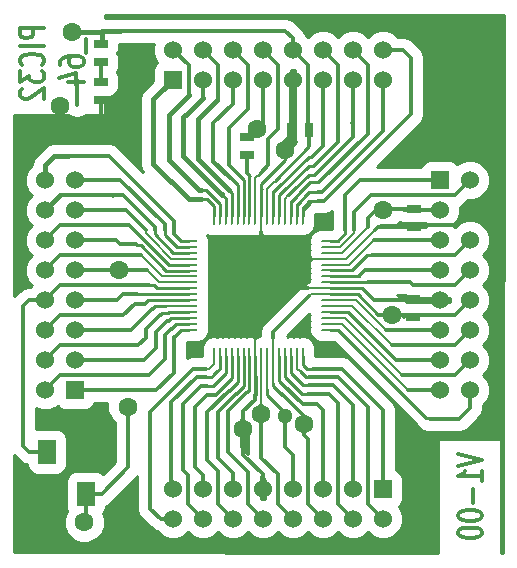
<source format=gbl>
G04 #@! TF.FileFunction,Copper,L2,Bot,Signal*
%FSLAX46Y46*%
G04 Gerber Fmt 4.6, Leading zero omitted, Abs format (unit mm)*
G04 Created by KiCad (PCBNEW 4.0.7) date 02/13/18 20:48:28*
%MOMM*%
%LPD*%
G01*
G04 APERTURE LIST*
%ADD10C,0.150000*%
%ADD11C,0.304800*%
%ADD12R,1.143000X0.635000*%
%ADD13R,0.635000X1.143000*%
%ADD14R,1.524000X2.032000*%
%ADD15R,0.248920X1.524000*%
%ADD16O,0.248920X1.524000*%
%ADD17O,1.524000X0.248920*%
%ADD18R,1.524000X1.524000*%
%ADD19C,1.524000*%
%ADD20C,1.600200*%
%ADD21C,1.300480*%
%ADD22C,0.350520*%
%ADD23C,0.248920*%
%ADD24C,0.203200*%
%ADD25C,0.398780*%
%ADD26C,0.231140*%
%ADD27C,0.299720*%
%ADD28C,0.254000*%
G04 APERTURE END LIST*
D10*
D11*
X112171238Y-46808571D02*
X110139238Y-46808571D01*
X110139238Y-47389143D01*
X110236000Y-47534285D01*
X110332762Y-47606857D01*
X110526286Y-47679428D01*
X110816571Y-47679428D01*
X111010095Y-47606857D01*
X111106857Y-47534285D01*
X111203619Y-47389143D01*
X111203619Y-46808571D01*
X112171238Y-48332571D02*
X110139238Y-48332571D01*
X111977714Y-49929142D02*
X112074476Y-49856571D01*
X112171238Y-49638857D01*
X112171238Y-49493714D01*
X112074476Y-49275999D01*
X111880952Y-49130857D01*
X111687429Y-49058285D01*
X111300381Y-48985714D01*
X111010095Y-48985714D01*
X110623048Y-49058285D01*
X110429524Y-49130857D01*
X110236000Y-49275999D01*
X110139238Y-49493714D01*
X110139238Y-49638857D01*
X110236000Y-49856571D01*
X110332762Y-49929142D01*
X110139238Y-50437142D02*
X110139238Y-51380571D01*
X110913333Y-50872571D01*
X110913333Y-51090285D01*
X111010095Y-51235428D01*
X111106857Y-51307999D01*
X111300381Y-51380571D01*
X111784190Y-51380571D01*
X111977714Y-51307999D01*
X112074476Y-51235428D01*
X112171238Y-51090285D01*
X112171238Y-50654857D01*
X112074476Y-50509714D01*
X111977714Y-50437142D01*
X110332762Y-51961143D02*
X110236000Y-52033714D01*
X110139238Y-52178857D01*
X110139238Y-52541714D01*
X110236000Y-52686857D01*
X110332762Y-52759428D01*
X110526286Y-52832000D01*
X110719810Y-52832000D01*
X111010095Y-52759428D01*
X112171238Y-51888571D01*
X112171238Y-52832000D01*
X115717562Y-47752000D02*
X115717562Y-48913143D01*
X113492038Y-49929143D02*
X113492038Y-49638857D01*
X113588800Y-49493714D01*
X113685562Y-49421143D01*
X113975848Y-49276000D01*
X114362895Y-49203429D01*
X115136990Y-49203429D01*
X115330514Y-49276000D01*
X115427276Y-49348572D01*
X115524038Y-49493714D01*
X115524038Y-49784000D01*
X115427276Y-49929143D01*
X115330514Y-50001714D01*
X115136990Y-50074286D01*
X114653181Y-50074286D01*
X114459657Y-50001714D01*
X114362895Y-49929143D01*
X114266133Y-49784000D01*
X114266133Y-49493714D01*
X114362895Y-49348572D01*
X114459657Y-49276000D01*
X114653181Y-49203429D01*
X114169371Y-51380572D02*
X115524038Y-51380572D01*
X113395276Y-51017715D02*
X114846705Y-50654858D01*
X114846705Y-51598286D01*
X147223238Y-82858428D02*
X149255238Y-83366428D01*
X147223238Y-83874428D01*
X149255238Y-85180714D02*
X149255238Y-84309857D01*
X149255238Y-84745285D02*
X147223238Y-84745285D01*
X147513524Y-84600142D01*
X147707048Y-84455000D01*
X147803810Y-84309857D01*
X148481143Y-85833857D02*
X148481143Y-86995000D01*
X147223238Y-88011000D02*
X147223238Y-88156143D01*
X147320000Y-88301286D01*
X147416762Y-88373857D01*
X147610286Y-88446428D01*
X147997333Y-88519000D01*
X148481143Y-88519000D01*
X148868190Y-88446428D01*
X149061714Y-88373857D01*
X149158476Y-88301286D01*
X149255238Y-88156143D01*
X149255238Y-88011000D01*
X149158476Y-87865857D01*
X149061714Y-87793286D01*
X148868190Y-87720714D01*
X148481143Y-87648143D01*
X147997333Y-87648143D01*
X147610286Y-87720714D01*
X147416762Y-87793286D01*
X147320000Y-87865857D01*
X147223238Y-88011000D01*
X147223238Y-89462429D02*
X147223238Y-89607572D01*
X147320000Y-89752715D01*
X147416762Y-89825286D01*
X147610286Y-89897857D01*
X147997333Y-89970429D01*
X148481143Y-89970429D01*
X148868190Y-89897857D01*
X149061714Y-89825286D01*
X149158476Y-89752715D01*
X149255238Y-89607572D01*
X149255238Y-89462429D01*
X149158476Y-89317286D01*
X149061714Y-89244715D01*
X148868190Y-89172143D01*
X148481143Y-89099572D01*
X147997333Y-89099572D01*
X147610286Y-89172143D01*
X147416762Y-89244715D01*
X147320000Y-89317286D01*
X147223238Y-89462429D01*
D12*
X143510000Y-62103000D03*
X143510000Y-63627000D03*
X116967000Y-48133000D03*
X116967000Y-49657000D03*
X143383000Y-71247000D03*
X143383000Y-69723000D03*
D13*
X134620000Y-55435500D03*
X133096000Y-55435500D03*
D12*
X129349500Y-57594500D03*
X129349500Y-56070500D03*
X116967000Y-51371500D03*
X116967000Y-52895500D03*
D14*
X112395000Y-82677000D03*
X115697000Y-82677000D03*
X115697000Y-86233000D03*
X112395000Y-86233000D03*
D15*
X126552960Y-62710060D03*
D16*
X127053340Y-62710060D03*
X127553720Y-62710060D03*
X128054100Y-62710060D03*
X128554480Y-62710060D03*
X129052320Y-62710060D03*
X129552700Y-62710060D03*
X130053080Y-62710060D03*
X130553460Y-62710060D03*
X131053840Y-62710060D03*
X131554220Y-62710060D03*
X132052060Y-62710060D03*
X132552440Y-62710060D03*
X133052820Y-62710060D03*
X133553200Y-62710060D03*
X134053580Y-62710060D03*
D17*
X136334500Y-64830960D03*
X136334500Y-65331340D03*
X136334500Y-65831720D03*
X136334500Y-66332100D03*
X136334500Y-66832480D03*
X136334500Y-67330320D03*
X136334500Y-67830700D03*
X136334500Y-68331080D03*
X136334500Y-68831460D03*
X136334500Y-69331840D03*
X136334500Y-69832220D03*
X136334500Y-70330060D03*
X136334500Y-70830440D03*
X136334500Y-71330820D03*
X136334500Y-71831200D03*
X136334500Y-72331580D03*
D16*
X134053580Y-74612500D03*
X133553200Y-74612500D03*
X133052820Y-74612500D03*
X132552440Y-74612500D03*
X132052060Y-74612500D03*
X131554220Y-74612500D03*
X131053840Y-74612500D03*
X130553460Y-74612500D03*
X130053080Y-74612500D03*
X129552700Y-74612500D03*
X129052320Y-74612500D03*
X128554480Y-74612500D03*
X128054100Y-74612500D03*
X127553720Y-74612500D03*
X127053340Y-74612500D03*
X126552960Y-74612500D03*
D17*
X124432060Y-72331580D03*
X124432060Y-71831200D03*
X124432060Y-70830440D03*
X124414280Y-71330820D03*
X124432060Y-70330060D03*
X124432060Y-69832220D03*
X124432060Y-69331840D03*
X124432060Y-68831460D03*
X124432060Y-68331080D03*
X124432060Y-67830700D03*
X124432060Y-67337940D03*
X124432060Y-66837560D03*
X124432060Y-66337180D03*
X124432060Y-65836800D03*
X124432060Y-65338960D03*
X124432060Y-64838580D03*
D18*
X123063000Y-51181000D03*
D19*
X123063000Y-48641000D03*
X125603000Y-51181000D03*
X125603000Y-48641000D03*
X128143000Y-51181000D03*
X128143000Y-48641000D03*
X130683000Y-51181000D03*
X130683000Y-48641000D03*
X133223000Y-51181000D03*
X133223000Y-48641000D03*
X135763000Y-51181000D03*
X135763000Y-48641000D03*
X138303000Y-51181000D03*
X138303000Y-48641000D03*
X140843000Y-51181000D03*
X140843000Y-48641000D03*
D18*
X140843000Y-85852000D03*
D19*
X140843000Y-88392000D03*
X138303000Y-85852000D03*
X138303000Y-88392000D03*
X135763000Y-85852000D03*
X135763000Y-88392000D03*
X133223000Y-85852000D03*
X133223000Y-88392000D03*
X130683000Y-85852000D03*
X130683000Y-88392000D03*
X128143000Y-85852000D03*
X128143000Y-88392000D03*
X125603000Y-85852000D03*
X125603000Y-88392000D03*
X123063000Y-85852000D03*
X123063000Y-88392000D03*
D18*
X145669000Y-59690000D03*
D19*
X148209000Y-59690000D03*
X145669000Y-62230000D03*
X148209000Y-62230000D03*
X145669000Y-64770000D03*
X148209000Y-64770000D03*
X145669000Y-67310000D03*
X148209000Y-67310000D03*
X145669000Y-69850000D03*
X148209000Y-69850000D03*
X145669000Y-72390000D03*
X148209000Y-72390000D03*
X145669000Y-74930000D03*
X148209000Y-74930000D03*
X145669000Y-77470000D03*
X148209000Y-77470000D03*
D18*
X114808000Y-77470000D03*
D19*
X112268000Y-77470000D03*
X114808000Y-74930000D03*
X112268000Y-74930000D03*
X114808000Y-72390000D03*
X112268000Y-72390000D03*
X114808000Y-69850000D03*
X112268000Y-69850000D03*
X114808000Y-67310000D03*
X112268000Y-67310000D03*
X114808000Y-64770000D03*
X112268000Y-64770000D03*
X114808000Y-62230000D03*
X112268000Y-62230000D03*
X114808000Y-59690000D03*
X112268000Y-59690000D03*
D20*
X115570000Y-88646000D03*
X134175500Y-80327500D03*
X118491000Y-67310000D03*
X114490500Y-47117000D03*
X119253000Y-78867000D03*
X141605000Y-71120000D03*
X140843000Y-62230000D03*
D21*
X132588000Y-79692500D03*
D20*
X130556000Y-79502000D03*
X130175000Y-55372000D03*
X113538000Y-53403500D03*
X117602000Y-82677000D03*
X129032000Y-80772000D03*
X132588000Y-57150000D03*
D22*
X114935000Y-53340000D02*
X114935000Y-51181000D01*
D23*
X131554220Y-77134720D02*
X132270500Y-77851000D01*
D22*
X145034000Y-71120000D02*
X146939000Y-71120000D01*
X115697000Y-88519000D02*
X115697000Y-86233000D01*
X119253000Y-84010500D02*
X119253000Y-78867000D01*
D24*
X131554220Y-74612500D02*
X131554220Y-76835000D01*
D25*
X117094000Y-48006000D02*
X116967000Y-48133000D01*
D22*
X117030500Y-86233000D02*
X119253000Y-84010500D01*
X134493000Y-87122000D02*
X135763000Y-88392000D01*
X145034000Y-71120000D02*
X143510000Y-71120000D01*
D25*
X118554500Y-47053500D02*
X117094000Y-47053500D01*
D24*
X140449300Y-70980300D02*
X140589000Y-71120000D01*
D22*
X134175500Y-81280000D02*
X134493000Y-81597500D01*
X134493000Y-81597500D02*
X134493000Y-87122000D01*
D25*
X117094000Y-47053500D02*
X117094000Y-48006000D01*
D22*
X115697000Y-86233000D02*
X117030500Y-86233000D01*
X115570000Y-88646000D02*
X115697000Y-88519000D01*
X131554220Y-73025000D02*
X131554220Y-72534780D01*
X133223000Y-47688500D02*
X132588000Y-47053500D01*
X133223000Y-48641000D02*
X133223000Y-47688500D01*
X132588000Y-47053500D02*
X118554500Y-47053500D01*
X140589000Y-71120000D02*
X141605000Y-71120000D01*
X142748000Y-71120000D02*
X142621000Y-71247000D01*
X131554220Y-72534780D02*
X134620000Y-69469000D01*
X133223000Y-48641000D02*
X134493000Y-49911000D01*
X141605000Y-71120000D02*
X144399000Y-71120000D01*
D23*
X131732020Y-59720480D02*
X134620000Y-56832500D01*
D22*
X134175500Y-79692500D02*
X132270500Y-77787500D01*
D24*
X131053840Y-60398660D02*
X131732020Y-59720480D01*
D26*
X138711940Y-69331840D02*
X140449300Y-71069200D01*
X140449300Y-71069200D02*
X140449300Y-70980300D01*
X136334500Y-69331840D02*
X138711940Y-69331840D01*
D24*
X131554220Y-73025000D02*
X131554220Y-74612500D01*
D22*
X134175500Y-80327500D02*
X134175500Y-79692500D01*
D23*
X132270500Y-77851000D02*
X132270500Y-77787500D01*
X131554220Y-76835000D02*
X131554220Y-77134720D01*
D22*
X144399000Y-71120000D02*
X145034000Y-71120000D01*
D24*
X136334500Y-69331840D02*
X134757160Y-69331840D01*
D22*
X146939000Y-71120000D02*
X148209000Y-69850000D01*
D25*
X114490500Y-47117000D02*
X117030500Y-47117000D01*
D22*
X144399000Y-71120000D02*
X142748000Y-71120000D01*
D24*
X134757160Y-69331840D02*
X134620000Y-69469000D01*
D22*
X120904000Y-67310000D02*
X118491000Y-67310000D01*
D25*
X117030500Y-47117000D02*
X117094000Y-47053500D01*
D22*
X134493000Y-55308500D02*
X134620000Y-55435500D01*
X118491000Y-67310000D02*
X114808000Y-67310000D01*
X134175500Y-80327500D02*
X134175500Y-81280000D01*
X134620000Y-56832500D02*
X134620000Y-55435500D01*
X134493000Y-49911000D02*
X134493000Y-55308500D01*
D24*
X121925080Y-68331080D02*
X120904000Y-67310000D01*
D22*
X143510000Y-71120000D02*
X143383000Y-71247000D01*
D24*
X124432060Y-68331080D02*
X121925080Y-68331080D01*
X131053840Y-62710060D02*
X131053840Y-60398660D01*
D25*
X121412000Y-58293000D02*
X121412000Y-52832000D01*
D26*
X125412500Y-61277500D02*
X125920500Y-61277500D01*
D25*
X121412000Y-52832000D02*
X123063000Y-51181000D01*
D26*
X126552960Y-61909960D02*
X126552960Y-62710060D01*
D22*
X121412000Y-56197500D02*
X121412000Y-58293000D01*
D25*
X124396500Y-61277500D02*
X121412000Y-58293000D01*
D22*
X121412000Y-58293000D02*
X124396500Y-61277500D01*
X121412000Y-56197500D02*
X121412000Y-53213000D01*
D25*
X125412500Y-61277500D02*
X124396500Y-61277500D01*
D26*
X125920500Y-61277500D02*
X126552960Y-61909960D01*
D22*
X121412000Y-52832000D02*
X123063000Y-51181000D01*
X121412000Y-56197500D02*
X121412000Y-52832000D01*
D24*
X131554220Y-60723780D02*
X131986020Y-60291980D01*
D26*
X131554220Y-60723780D02*
X131986020Y-60291980D01*
D22*
X135763000Y-55816500D02*
X135763000Y-56832500D01*
D24*
X131554220Y-62710060D02*
X131554220Y-60723780D01*
D23*
X134556500Y-57721500D02*
X134874000Y-57721500D01*
D22*
X135763000Y-56832500D02*
X134874000Y-57721500D01*
X135763000Y-55816500D02*
X135763000Y-51181000D01*
D23*
X134556500Y-57721500D02*
X131986020Y-60291980D01*
D26*
X131554220Y-62710060D02*
X131554220Y-60723780D01*
D22*
X137033000Y-56476900D02*
X135046720Y-58463180D01*
D23*
X132067300Y-60960000D02*
X132067300Y-61468000D01*
D22*
X137033000Y-55118000D02*
X137033000Y-56476900D01*
X137033000Y-49911000D02*
X135763000Y-48641000D01*
D26*
X132052060Y-62710060D02*
X132052060Y-61483240D01*
D23*
X132417820Y-60609480D02*
X132067300Y-60960000D01*
D26*
X132052060Y-61483240D02*
X132067300Y-61468000D01*
D23*
X134576820Y-58463180D02*
X132430520Y-60609480D01*
D22*
X137033000Y-55118000D02*
X137033000Y-49911000D01*
D23*
X132430520Y-60609480D02*
X132417820Y-60609480D01*
X135046720Y-58463180D02*
X135001000Y-58463180D01*
X135001000Y-58463180D02*
X134576820Y-58463180D01*
X134576820Y-58463180D02*
X132430520Y-60609480D01*
D24*
X132552440Y-62710060D02*
X132552440Y-61468000D01*
X132552440Y-61468000D02*
X132552440Y-61249560D01*
D23*
X135128000Y-59245500D02*
X134556500Y-59245500D01*
X134556500Y-59245500D02*
X132842000Y-60960000D01*
D22*
X135128000Y-59245500D02*
X138303000Y-56070500D01*
D24*
X132552440Y-61249560D02*
X132842000Y-60960000D01*
X132842000Y-60960000D02*
X134556500Y-59245500D01*
D22*
X138239500Y-54864000D02*
X138303000Y-54864000D01*
X138303000Y-56070500D02*
X138303000Y-54927500D01*
D24*
X132552440Y-61468000D02*
X132552440Y-61249560D01*
D22*
X138303000Y-54864000D02*
X138303000Y-51181000D01*
X138303000Y-54927500D02*
X138239500Y-54864000D01*
D24*
X134620000Y-59944000D02*
X135382000Y-59944000D01*
X135382000Y-59944000D02*
X135445500Y-59880500D01*
D23*
X135445500Y-59880500D02*
X134683500Y-59880500D01*
D22*
X139573000Y-54038500D02*
X139573000Y-49911000D01*
D23*
X134683500Y-59880500D02*
X133286500Y-61277500D01*
D26*
X133052820Y-61511180D02*
X133286500Y-61277500D01*
D24*
X133286500Y-61277500D02*
X134112000Y-60452000D01*
D26*
X133052820Y-62710060D02*
X133052820Y-61511180D01*
D22*
X139573000Y-49911000D02*
X138303000Y-48641000D01*
D24*
X133052820Y-61511180D02*
X133286500Y-61277500D01*
D22*
X139573000Y-55753000D02*
X139573000Y-54038500D01*
X139573000Y-55753000D02*
X135445500Y-59880500D01*
D24*
X134112000Y-60452000D02*
X134620000Y-59944000D01*
D22*
X135382000Y-60706000D02*
X135699500Y-60706000D01*
D24*
X133553200Y-61772800D02*
X133731000Y-61595000D01*
D22*
X140843000Y-55562500D02*
X140843000Y-53911500D01*
X140843000Y-53911500D02*
X140843000Y-51181000D01*
X135699500Y-60706000D02*
X140843000Y-55562500D01*
D26*
X133553200Y-61772800D02*
X133731000Y-61595000D01*
D23*
X134620000Y-60706000D02*
X133731000Y-61595000D01*
D24*
X133731000Y-61595000D02*
X134620000Y-60706000D01*
D23*
X135382000Y-60706000D02*
X134620000Y-60706000D01*
D26*
X133553200Y-62710060D02*
X133553200Y-61772800D01*
D23*
X135382000Y-61468000D02*
X134620000Y-61468000D01*
D26*
X134053580Y-62710060D02*
X134053580Y-62224920D01*
D22*
X143256000Y-49339500D02*
X142557500Y-48641000D01*
X143256000Y-54102000D02*
X143256000Y-52197000D01*
X142557500Y-48641000D02*
X140843000Y-48641000D01*
D24*
X134053580Y-62034420D02*
X134302500Y-61785500D01*
X134302500Y-61785500D02*
X134620000Y-61468000D01*
D23*
X134620000Y-61468000D02*
X134302500Y-61785500D01*
D26*
X134053580Y-62224920D02*
X134683500Y-61595000D01*
D22*
X143256000Y-54102000D02*
X135890000Y-61468000D01*
X135890000Y-61468000D02*
X135382000Y-61468000D01*
D24*
X134053580Y-62710060D02*
X134053580Y-62034420D01*
D22*
X143256000Y-52197000D02*
X143256000Y-49339500D01*
D24*
X134053580Y-62710060D02*
X134053580Y-62034420D01*
D26*
X136334500Y-64830960D02*
X137035540Y-64830960D01*
D22*
X140843000Y-59690000D02*
X138938000Y-59690000D01*
X145669000Y-59690000D02*
X140843000Y-59690000D01*
X137668000Y-60960000D02*
X137668000Y-63944500D01*
D26*
X137035540Y-64830960D02*
X137668000Y-64198500D01*
X137668000Y-64198500D02*
X137668000Y-63944500D01*
D22*
X138938000Y-59690000D02*
X137668000Y-60960000D01*
X139827000Y-60960000D02*
X144399000Y-60960000D01*
D24*
X139827000Y-60960000D02*
X138430000Y-62357000D01*
D22*
X144399000Y-60960000D02*
X146939000Y-60960000D01*
X146939000Y-60960000D02*
X148209000Y-59690000D01*
D24*
X138430000Y-63944500D02*
X138430000Y-64155320D01*
D22*
X138430000Y-62357000D02*
X139827000Y-60960000D01*
D24*
X136334500Y-65331340D02*
X137253980Y-65331340D01*
X137253980Y-65331340D02*
X138430000Y-64155320D01*
D22*
X138430000Y-63944500D02*
X138430000Y-62357000D01*
D24*
X144399000Y-60960000D02*
X139827000Y-60960000D01*
D22*
X143510000Y-62103000D02*
X140970000Y-62103000D01*
X143510000Y-62230000D02*
X142621000Y-62230000D01*
X142621000Y-62230000D02*
X142494000Y-62103000D01*
X143510000Y-62230000D02*
X145669000Y-62230000D01*
D24*
X137408920Y-65831720D02*
X139573000Y-63667640D01*
D22*
X143637000Y-62230000D02*
X143510000Y-62103000D01*
X139573000Y-63627000D02*
X139573000Y-63667640D01*
X145669000Y-62230000D02*
X143637000Y-62230000D01*
X140970000Y-62103000D02*
X140843000Y-62230000D01*
X139573000Y-62928500D02*
X139573000Y-63627000D01*
X140843000Y-62230000D02*
X140271500Y-62230000D01*
D24*
X136334500Y-65831720D02*
X137408920Y-65831720D01*
D22*
X140271500Y-62230000D02*
X139573000Y-62928500D01*
D25*
X122745500Y-54165500D02*
X124396500Y-52514500D01*
D26*
X127053340Y-61711840D02*
X125857000Y-60515500D01*
D22*
X124396500Y-49974500D02*
X123063000Y-48641000D01*
D25*
X125476000Y-60515500D02*
X125285500Y-60515500D01*
D24*
X127053340Y-61711840D02*
X125857000Y-60515500D01*
D26*
X125857000Y-60515500D02*
X125285500Y-60515500D01*
X127053340Y-62710060D02*
X127053340Y-61711840D01*
D24*
X125857000Y-60515500D02*
X125476000Y-60515500D01*
D22*
X124396500Y-52514500D02*
X124396500Y-49974500D01*
D25*
X122745500Y-57975500D02*
X122745500Y-54165500D01*
X125285500Y-60515500D02*
X122745500Y-57975500D01*
D22*
X140081000Y-64770000D02*
X145669000Y-64770000D01*
D24*
X138018520Y-66832480D02*
X140081000Y-64770000D01*
X136334500Y-66832480D02*
X138018520Y-66832480D01*
D26*
X136334500Y-67330320D02*
X138191240Y-67330320D01*
D22*
X139890500Y-66040000D02*
X146939000Y-66040000D01*
X146939000Y-66040000D02*
X148209000Y-64770000D01*
X146939000Y-66040000D02*
X148209000Y-64770000D01*
D26*
X138191240Y-67330320D02*
X139481560Y-66040000D01*
X139481560Y-66040000D02*
X139890500Y-66040000D01*
X136334500Y-67830700D02*
X138798300Y-67830700D01*
X138798300Y-67830700D02*
X138938000Y-67691000D01*
D22*
X139319000Y-67310000D02*
X138938000Y-67691000D01*
X139319000Y-67310000D02*
X145669000Y-67310000D01*
D24*
X138798300Y-67830700D02*
X138938000Y-67691000D01*
X136334500Y-68331080D02*
X138493500Y-68331080D01*
D22*
X143383000Y-68580000D02*
X146939000Y-68580000D01*
D24*
X139567920Y-68331080D02*
X139573000Y-68326000D01*
D26*
X136334500Y-68331080D02*
X140022580Y-68331080D01*
D22*
X139567920Y-68331080D02*
X140022580Y-68331080D01*
X143134080Y-68331080D02*
X143383000Y-68580000D01*
X140022580Y-68331080D02*
X143134080Y-68331080D01*
D24*
X138493500Y-68331080D02*
X139567920Y-68331080D01*
D22*
X146939000Y-68580000D02*
X148209000Y-67310000D01*
D24*
X138539220Y-69832220D02*
X141097000Y-72390000D01*
D22*
X141097000Y-72390000D02*
X145669000Y-72390000D01*
D24*
X136334500Y-69832220D02*
X138539220Y-69832220D01*
X136334500Y-70330060D02*
X138275060Y-70330060D01*
D22*
X141605000Y-73660000D02*
X146939000Y-73660000D01*
X146939000Y-73660000D02*
X148209000Y-72390000D01*
D24*
X138275060Y-70330060D02*
X141605000Y-73660000D01*
D26*
X136334500Y-70830440D02*
X137886440Y-70830440D01*
X137886440Y-70830440D02*
X141986000Y-74930000D01*
D22*
X141986000Y-74930000D02*
X145669000Y-74930000D01*
D24*
X137886440Y-70830440D02*
X141986000Y-74930000D01*
D22*
X123952000Y-55816500D02*
X123952000Y-54356000D01*
D25*
X123952000Y-54356000D02*
X123952000Y-57668160D01*
X127185420Y-60901580D02*
X127185420Y-60891420D01*
D26*
X127553720Y-62710060D02*
X127553720Y-61259720D01*
X127553720Y-61259720D02*
X127185420Y-60891420D01*
D25*
X125603000Y-52705000D02*
X124333000Y-53975000D01*
D22*
X123952000Y-57658000D02*
X127190500Y-60896500D01*
D25*
X123952000Y-57668160D02*
X127185420Y-60901580D01*
D24*
X127185420Y-60891420D02*
X127190500Y-60896500D01*
D22*
X125603000Y-52705000D02*
X125603000Y-51181000D01*
D25*
X124333000Y-53975000D02*
X123952000Y-54356000D01*
D22*
X123952000Y-55816500D02*
X123952000Y-57658000D01*
D24*
X127553720Y-61259720D02*
X127185420Y-60891420D01*
X137624820Y-71330820D02*
X142494000Y-76200000D01*
D22*
X142494000Y-76200000D02*
X146939000Y-76200000D01*
D24*
X136334500Y-71330820D02*
X137624820Y-71330820D01*
D22*
X146939000Y-76200000D02*
X148209000Y-74930000D01*
X143002000Y-77470000D02*
X145669000Y-77470000D01*
D24*
X137363200Y-71831200D02*
X143002000Y-77470000D01*
X136334500Y-71831200D02*
X137363200Y-71831200D01*
D26*
X144526000Y-79819500D02*
X144843500Y-79819500D01*
X136334500Y-72331580D02*
X137038080Y-72331580D01*
X144843500Y-79819500D02*
X144843500Y-79883000D01*
X137038080Y-72331580D02*
X144526000Y-79819500D01*
D22*
X147320000Y-79883000D02*
X148209000Y-78994000D01*
X148209000Y-78994000D02*
X148209000Y-77470000D01*
X144843500Y-79883000D02*
X147320000Y-79883000D01*
D24*
X134053580Y-74612500D02*
X134053580Y-75252580D01*
D22*
X140843000Y-79184500D02*
X137350500Y-75692000D01*
X140843000Y-82359500D02*
X140843000Y-79184500D01*
D26*
X134053580Y-74612500D02*
X134053580Y-75316080D01*
D24*
X134366000Y-75565000D02*
X134493000Y-75692000D01*
D22*
X140843000Y-82359500D02*
X140843000Y-85852000D01*
D26*
X134053580Y-75316080D02*
X134429500Y-75692000D01*
D24*
X134053580Y-75252580D02*
X134366000Y-75565000D01*
X134053580Y-74612500D02*
X134053580Y-75252580D01*
D26*
X134429500Y-75692000D02*
X134937500Y-75692000D01*
D23*
X134937500Y-75692000D02*
X134493000Y-75692000D01*
D26*
X134366000Y-75628500D02*
X134366000Y-75565000D01*
X134053580Y-75316080D02*
X134366000Y-75628500D01*
D22*
X137350500Y-75692000D02*
X134937500Y-75692000D01*
X139573000Y-87122000D02*
X140843000Y-88392000D01*
X139573000Y-81661000D02*
X139573000Y-84328000D01*
X137033000Y-76390500D02*
X139573000Y-78930500D01*
X139573000Y-84328000D02*
X139573000Y-87122000D01*
X139573000Y-78930500D02*
X139573000Y-81661000D01*
D23*
X134556500Y-76390500D02*
X134302500Y-76390500D01*
X134302500Y-76390500D02*
X133794500Y-75882500D01*
D22*
X134556500Y-76390500D02*
X137033000Y-76390500D01*
D24*
X133794500Y-75882500D02*
X134302500Y-76390500D01*
X133553200Y-75641200D02*
X133794500Y-75882500D01*
X133553200Y-74612500D02*
X133553200Y-75641200D01*
D23*
X133040120Y-75641200D02*
X133052820Y-75641200D01*
D22*
X136588500Y-77025500D02*
X134556500Y-77025500D01*
D26*
X133052820Y-74612500D02*
X133052820Y-75628500D01*
X133052820Y-75628500D02*
X133040120Y-75641200D01*
D24*
X133052820Y-76029820D02*
X133477000Y-76454000D01*
D23*
X134556500Y-77025500D02*
X134048500Y-77025500D01*
X133068060Y-76045060D02*
X133068060Y-75641200D01*
X134048500Y-77025500D02*
X133477000Y-76454000D01*
D22*
X138303000Y-81851500D02*
X138303000Y-82550000D01*
X138303000Y-78740000D02*
X136588500Y-77025500D01*
D24*
X133052820Y-74612500D02*
X133052820Y-75641200D01*
D22*
X138303000Y-82550000D02*
X138303000Y-85852000D01*
X138303000Y-81851500D02*
X138303000Y-78740000D01*
D24*
X134048500Y-77025500D02*
X133477000Y-76454000D01*
X133052820Y-75641200D02*
X133052820Y-76029820D01*
D23*
X133068060Y-75641200D02*
X133040120Y-75641200D01*
X134048500Y-77025500D02*
X133068060Y-76045060D01*
X132552440Y-76354940D02*
X133985000Y-77787500D01*
D22*
X137033000Y-78549500D02*
X137033000Y-81153000D01*
D26*
X132552440Y-74612500D02*
X132552440Y-76354940D01*
D22*
X137033000Y-87122000D02*
X138303000Y-88392000D01*
D23*
X133985000Y-77787500D02*
X134493000Y-77787500D01*
D24*
X132552440Y-74612500D02*
X132552440Y-75755500D01*
D22*
X137033000Y-81915000D02*
X137033000Y-87122000D01*
X136271000Y-77787500D02*
X137033000Y-78549500D01*
X134493000Y-77787500D02*
X136271000Y-77787500D01*
D23*
X132552440Y-75755500D02*
X132552440Y-76354940D01*
D22*
X137033000Y-81153000D02*
X137033000Y-81915000D01*
D24*
X132552440Y-75755500D02*
X132552440Y-76354940D01*
D22*
X135255000Y-78676500D02*
X134048500Y-78676500D01*
X135763000Y-80899000D02*
X135763000Y-82042000D01*
X135763000Y-82042000D02*
X135763000Y-85852000D01*
D26*
X132052060Y-76680060D02*
X132143500Y-76771500D01*
D22*
X135763000Y-80899000D02*
X135763000Y-79184500D01*
D26*
X132052060Y-74612500D02*
X132052060Y-76680060D01*
D22*
X134048500Y-78676500D02*
X132397500Y-77025500D01*
D24*
X132052060Y-76680060D02*
X132143500Y-76771500D01*
D22*
X135763000Y-79184500D02*
X135255000Y-78676500D01*
D23*
X132397500Y-77025500D02*
X132143500Y-76771500D01*
D22*
X133223000Y-82931000D02*
X133223000Y-85852000D01*
X132588000Y-82296000D02*
X133223000Y-82931000D01*
D24*
X131053840Y-74612500D02*
X131053840Y-77332840D01*
D23*
X132588000Y-79375000D02*
X131053840Y-77840840D01*
X131053840Y-77840840D02*
X131053840Y-77332840D01*
D22*
X132588000Y-79692500D02*
X132588000Y-82296000D01*
D23*
X132588000Y-79692500D02*
X132588000Y-79375000D01*
D22*
X126842520Y-52862480D02*
X126873000Y-52832000D01*
D26*
X128054100Y-60744100D02*
X127825500Y-60515500D01*
D25*
X126842520Y-52862480D02*
X125222000Y-54483000D01*
D22*
X126873000Y-52832000D02*
X126873000Y-49911000D01*
D25*
X125222000Y-57912000D02*
X127825500Y-60515500D01*
D26*
X128054100Y-62710060D02*
X128054100Y-60744100D01*
D25*
X125222000Y-54483000D02*
X125222000Y-57912000D01*
D22*
X126873000Y-49911000D02*
X125603000Y-48641000D01*
X131953000Y-84582000D02*
X131953000Y-87122000D01*
X130553460Y-79499460D02*
X130556000Y-79502000D01*
X131953000Y-87122000D02*
X133223000Y-88392000D01*
X130556000Y-83185000D02*
X131953000Y-84582000D01*
D24*
X130553460Y-74612500D02*
X130553460Y-78737460D01*
X130553460Y-74612500D02*
X130553460Y-79499460D01*
D22*
X130556000Y-78740000D02*
X130556000Y-83185000D01*
X130553460Y-78737460D02*
X130556000Y-78740000D01*
D27*
X129286000Y-77724000D02*
X129413000Y-77597000D01*
D22*
X129413000Y-84391500D02*
X129413000Y-87122000D01*
D26*
X129552700Y-77457300D02*
X129413000Y-77597000D01*
D22*
X127762000Y-82740500D02*
X129413000Y-84391500D01*
X129413000Y-87122000D02*
X130683000Y-88392000D01*
D27*
X127762000Y-79248000D02*
X129286000Y-77724000D01*
D24*
X129552700Y-77457300D02*
X129413000Y-77597000D01*
D22*
X127762000Y-79248000D02*
X127762000Y-82740500D01*
D26*
X129552700Y-74612500D02*
X129552700Y-77457300D01*
D22*
X128143000Y-84518500D02*
X128143000Y-85852000D01*
D26*
X129052320Y-77132180D02*
X128397000Y-77787500D01*
X129052320Y-74612500D02*
X129052320Y-77132180D01*
D22*
X126873000Y-83248500D02*
X128143000Y-84518500D01*
D27*
X126873000Y-79311500D02*
X128333500Y-77851000D01*
D22*
X126873000Y-79311500D02*
X126873000Y-83248500D01*
D24*
X129052320Y-77132180D02*
X128397000Y-77787500D01*
D27*
X128333500Y-77851000D02*
X128397000Y-77787500D01*
X125953520Y-79405480D02*
X125953520Y-79341980D01*
D22*
X126873000Y-84328000D02*
X126873000Y-87122000D01*
X126873000Y-87122000D02*
X128143000Y-88392000D01*
D24*
X125953520Y-79405480D02*
X125920500Y-79438500D01*
D22*
X125920500Y-79438500D02*
X125920500Y-83375500D01*
D26*
X128554480Y-74612500D02*
X128554480Y-76741020D01*
X128554480Y-76741020D02*
X127789940Y-77505560D01*
D27*
X125953520Y-79341980D02*
X127789940Y-77505560D01*
D22*
X125920500Y-83375500D02*
X126873000Y-84328000D01*
X124904500Y-80391000D02*
X124904500Y-78930500D01*
X124904500Y-80391000D02*
X124904500Y-83947000D01*
X124904500Y-83947000D02*
X125603000Y-84645500D01*
X125603000Y-84645500D02*
X125603000Y-85852000D01*
D23*
X126619000Y-77851000D02*
X128054100Y-76415900D01*
D22*
X125984000Y-77851000D02*
X126619000Y-77851000D01*
D26*
X128054100Y-74612500D02*
X128054100Y-76415900D01*
D22*
X124904500Y-78930500D02*
X125984000Y-77851000D01*
X124333000Y-84645500D02*
X124333000Y-87122000D01*
D26*
X127553720Y-76027280D02*
X127190500Y-76390500D01*
D22*
X123952000Y-80200500D02*
X123952000Y-78613000D01*
D26*
X127553720Y-74612500D02*
X127553720Y-76027280D01*
D22*
X125476000Y-77089000D02*
X125984000Y-77089000D01*
X124333000Y-87122000D02*
X125603000Y-88392000D01*
X123952000Y-78613000D02*
X125476000Y-77089000D01*
D23*
X125984000Y-77089000D02*
X126492000Y-77089000D01*
D22*
X123952000Y-84264500D02*
X124333000Y-84645500D01*
X123952000Y-80200500D02*
X123952000Y-84264500D01*
D24*
X127553720Y-76027280D02*
X127190500Y-76390500D01*
D23*
X126492000Y-77089000D02*
X127190500Y-76390500D01*
D26*
X127553720Y-76027280D02*
X127190500Y-76390500D01*
D23*
X126365000Y-76327000D02*
X126492000Y-76200000D01*
D22*
X122936000Y-85725000D02*
X123063000Y-85852000D01*
D26*
X127053340Y-74612500D02*
X127053340Y-75638660D01*
D22*
X122936000Y-80327500D02*
X122936000Y-85725000D01*
X122936000Y-78486000D02*
X122936000Y-80327500D01*
D23*
X125857000Y-76327000D02*
X126365000Y-76327000D01*
D26*
X127053340Y-75638660D02*
X126746000Y-75946000D01*
D22*
X125857000Y-76327000D02*
X125095000Y-76327000D01*
X125095000Y-76327000D02*
X122936000Y-78486000D01*
D23*
X126492000Y-76200000D02*
X126746000Y-75946000D01*
D24*
X126746000Y-75946000D02*
X126365000Y-76327000D01*
D26*
X127053340Y-75638660D02*
X126492000Y-76200000D01*
D24*
X127053340Y-75638660D02*
X126746000Y-75946000D01*
D22*
X121158000Y-79311500D02*
X121158000Y-81216500D01*
D24*
X126552960Y-74612500D02*
X126552960Y-75250040D01*
D22*
X121158000Y-79311500D02*
X124777500Y-75692000D01*
X124777500Y-75692000D02*
X125857000Y-75692000D01*
D24*
X126552960Y-75250040D02*
X126111000Y-75692000D01*
D22*
X121158000Y-87503000D02*
X122047000Y-88392000D01*
X122047000Y-88392000D02*
X123063000Y-88392000D01*
D24*
X126111000Y-75692000D02*
X125857000Y-75692000D01*
D22*
X121158000Y-81216500D02*
X121158000Y-87503000D01*
D24*
X123756420Y-72331580D02*
X123126500Y-72961500D01*
D22*
X121666000Y-77470000D02*
X123126500Y-76009500D01*
D26*
X123756420Y-72331580D02*
X123126500Y-72961500D01*
D22*
X114808000Y-77470000D02*
X121666000Y-77470000D01*
X123126500Y-76009500D02*
X123126500Y-72961500D01*
D26*
X124432060Y-72331580D02*
X123756420Y-72331580D01*
D23*
X128460500Y-60007500D02*
X128333500Y-59880500D01*
D22*
X126492000Y-54864000D02*
X128143000Y-53213000D01*
D26*
X128554480Y-62710060D02*
X128554480Y-60101480D01*
D22*
X126492000Y-57277000D02*
X126492000Y-58039000D01*
X126492000Y-57277000D02*
X126492000Y-56134000D01*
D26*
X128554480Y-60101480D02*
X128460500Y-60007500D01*
D22*
X126492000Y-57340500D02*
X126492000Y-58166000D01*
X126492000Y-58166000D02*
X127508000Y-59182000D01*
X128143000Y-53213000D02*
X128143000Y-51181000D01*
X126492000Y-56134000D02*
X126492000Y-54864000D01*
X126492000Y-57340500D02*
X126492000Y-57277000D01*
D23*
X128554480Y-60101480D02*
X128460500Y-60007500D01*
D22*
X126492000Y-58039000D02*
X128333500Y-59880500D01*
D26*
X124432060Y-71831200D02*
X123304300Y-71831200D01*
D22*
X121031000Y-76200000D02*
X122364500Y-74866500D01*
X122364500Y-72771000D02*
X122872500Y-72263000D01*
X116522500Y-76200000D02*
X113538000Y-76200000D01*
X122364500Y-74866500D02*
X122364500Y-72771000D01*
X113538000Y-76200000D02*
X112268000Y-77470000D01*
D26*
X123304300Y-71831200D02*
X122872500Y-72263000D01*
D22*
X116522500Y-76200000D02*
X121031000Y-76200000D01*
D24*
X123126500Y-71330820D02*
X122915680Y-71330820D01*
D26*
X124414280Y-71330820D02*
X122915680Y-71330820D01*
D22*
X122651520Y-71594980D02*
X122588020Y-71594980D01*
X122588020Y-71594980D02*
X121602500Y-72580500D01*
D24*
X122915680Y-71330820D02*
X122651520Y-71594980D01*
D22*
X121602500Y-73914000D02*
X121602500Y-72580500D01*
D24*
X122915680Y-71330820D02*
X122651520Y-71594980D01*
D22*
X120586500Y-74930000D02*
X121602500Y-73914000D01*
D24*
X123126500Y-71330820D02*
X124414280Y-71330820D01*
X122651520Y-71594980D02*
X122618500Y-71628000D01*
D26*
X122915680Y-71330820D02*
X122651520Y-71594980D01*
D22*
X114808000Y-74930000D02*
X120586500Y-74930000D01*
D24*
X123085860Y-71330820D02*
X123126500Y-71330820D01*
D22*
X120777000Y-73025000D02*
X120777000Y-72263000D01*
X120142000Y-73660000D02*
X120777000Y-73025000D01*
D23*
X122130820Y-70909180D02*
X121953020Y-71086980D01*
X121953020Y-71086980D02*
X121920000Y-71120000D01*
D26*
X122717560Y-70830440D02*
X122638820Y-70909180D01*
D22*
X113538000Y-73660000D02*
X112268000Y-74930000D01*
D23*
X122638820Y-70909180D02*
X122130820Y-70909180D01*
D22*
X115506500Y-73660000D02*
X113538000Y-73660000D01*
X113538000Y-73660000D02*
X112268000Y-74930000D01*
X121953020Y-71086980D02*
X120777000Y-72263000D01*
D24*
X122717560Y-70830440D02*
X122638820Y-70909180D01*
D22*
X115506500Y-73660000D02*
X120142000Y-73660000D01*
D26*
X124432060Y-70830440D02*
X122717560Y-70830440D01*
D24*
X122519440Y-70330060D02*
X122491500Y-70358000D01*
D23*
X122491500Y-70358000D02*
X121539000Y-70358000D01*
D24*
X124432060Y-70330060D02*
X123126500Y-70330060D01*
D22*
X119507000Y-72390000D02*
X114808000Y-72390000D01*
D24*
X123126500Y-70330060D02*
X122519440Y-70330060D01*
D22*
X119507000Y-72390000D02*
X121285000Y-70612000D01*
D23*
X121539000Y-70358000D02*
X121285000Y-70612000D01*
D24*
X122255280Y-69832220D02*
X122237500Y-69850000D01*
D22*
X118872000Y-71120000D02*
X119824500Y-70167500D01*
D26*
X122285760Y-69832220D02*
X122255280Y-69862700D01*
D24*
X122255280Y-69832220D02*
X122255280Y-69832220D01*
D23*
X122237500Y-69850000D02*
X120967500Y-69850000D01*
X120967500Y-69850000D02*
X120650000Y-70167500D01*
D22*
X119824500Y-70167500D02*
X120650000Y-70167500D01*
D26*
X122255280Y-69862700D02*
X122255280Y-69832220D01*
X124432060Y-69832220D02*
X122285760Y-69832220D01*
D22*
X112268000Y-72390000D02*
X113538000Y-71120000D01*
X118808500Y-71120000D02*
X118872000Y-71120000D01*
X113538000Y-71120000D02*
X118808500Y-71120000D01*
D23*
X120015000Y-69342000D02*
X121920000Y-69342000D01*
D22*
X118872000Y-69342000D02*
X120015000Y-69342000D01*
X114808000Y-69850000D02*
X118364000Y-69850000D01*
X118364000Y-69850000D02*
X118872000Y-69342000D01*
D26*
X121930160Y-69331840D02*
X121920000Y-69342000D01*
X124432060Y-69331840D02*
X121930160Y-69331840D01*
X121503440Y-68580000D02*
X121158000Y-68580000D01*
D22*
X117665500Y-68580000D02*
X121031000Y-68580000D01*
D26*
X121754900Y-68831460D02*
X121503440Y-68580000D01*
X124432060Y-68831460D02*
X121754900Y-68831460D01*
D22*
X113538000Y-68580000D02*
X112268000Y-69850000D01*
X112395000Y-82677000D02*
X110871000Y-82677000D01*
D24*
X121158000Y-68580000D02*
X121031000Y-68580000D01*
D22*
X112268000Y-69850000D02*
X110871000Y-69850000D01*
X110363000Y-82169000D02*
X110363000Y-72898000D01*
X117856000Y-68580000D02*
X117665500Y-68580000D01*
X110871000Y-82677000D02*
X110363000Y-82169000D01*
X110363000Y-70358000D02*
X110363000Y-72898000D01*
D24*
X121031000Y-68580000D02*
X117856000Y-68580000D01*
D22*
X114554000Y-68580000D02*
X113538000Y-68580000D01*
X117665500Y-68580000D02*
X114554000Y-68580000D01*
X110871000Y-69850000D02*
X110363000Y-70358000D01*
D24*
X124432060Y-67830700D02*
X122186700Y-67830700D01*
D22*
X113538000Y-66040000D02*
X112268000Y-67310000D01*
X120396000Y-66040000D02*
X113538000Y-66040000D01*
D24*
X122186700Y-67830700D02*
X120396000Y-66040000D01*
D26*
X122519440Y-67337940D02*
X120332500Y-65151000D01*
X120015000Y-65151000D02*
X119951500Y-65087500D01*
D22*
X118237000Y-64770000D02*
X118554500Y-65087500D01*
X118554500Y-65087500D02*
X119951500Y-65087500D01*
X114808000Y-64770000D02*
X118237000Y-64770000D01*
D26*
X124432060Y-67337940D02*
X122519440Y-67337940D01*
X120332500Y-65151000D02*
X120015000Y-65151000D01*
D22*
X129413000Y-49911000D02*
X129413000Y-53657500D01*
D26*
X129052320Y-62710060D02*
X129052320Y-59646820D01*
D22*
X127825500Y-55245000D02*
X127825500Y-57150000D01*
X129413000Y-53657500D02*
X127825500Y-55245000D01*
X128143000Y-48641000D02*
X129413000Y-49911000D01*
X128778000Y-59372500D02*
X127825500Y-58420000D01*
X127825500Y-57150000D02*
X127825500Y-58420000D01*
X127825500Y-58420000D02*
X128778000Y-59372500D01*
D26*
X129052320Y-59646820D02*
X128778000Y-59372500D01*
D24*
X129052320Y-59646820D02*
X128778000Y-59372500D01*
D22*
X112268000Y-64770000D02*
X113538000Y-63500000D01*
D26*
X124432060Y-66837560D02*
X122717560Y-66837560D01*
D22*
X113538000Y-63500000D02*
X119380000Y-63500000D01*
X119380000Y-63500000D02*
X120015000Y-64135000D01*
D24*
X120015000Y-64135000D02*
X119380000Y-63500000D01*
X122717560Y-66837560D02*
X120015000Y-64135000D01*
D26*
X122717560Y-66837560D02*
X120015000Y-64135000D01*
D24*
X119380000Y-63500000D02*
X113538000Y-63500000D01*
X120777000Y-64175640D02*
X121211340Y-64609980D01*
D22*
X114808000Y-62230000D02*
X119126000Y-62230000D01*
D24*
X120777000Y-63881000D02*
X120777000Y-64175640D01*
D22*
X119126000Y-62230000D02*
X120777000Y-63881000D01*
D24*
X121211340Y-64609980D02*
X122938540Y-66337180D01*
D22*
X120777000Y-63881000D02*
X120777000Y-63944500D01*
D24*
X122938540Y-66337180D02*
X124432060Y-66337180D01*
D26*
X121539000Y-64262000D02*
X121539000Y-63944500D01*
D22*
X117983000Y-61023500D02*
X117983000Y-60960000D01*
D26*
X123113800Y-65836800D02*
X121539000Y-64262000D01*
D22*
X118808500Y-60960000D02*
X121539000Y-63690500D01*
X117919500Y-60960000D02*
X117983000Y-61023500D01*
D24*
X117983000Y-60960000D02*
X113538000Y-60960000D01*
D25*
X113538000Y-60960000D02*
X112268000Y-62230000D01*
D22*
X113538000Y-60960000D02*
X117157500Y-60960000D01*
D26*
X124432060Y-65836800D02*
X123113800Y-65836800D01*
D22*
X117157500Y-60960000D02*
X118808500Y-60960000D01*
X117157500Y-60960000D02*
X117919500Y-60960000D01*
X121539000Y-63690500D02*
X121539000Y-63944500D01*
D26*
X122364500Y-64325500D02*
X122364500Y-63944500D01*
X124432060Y-65338960D02*
X123377960Y-65338960D01*
D22*
X114808000Y-59690000D02*
X118618000Y-59690000D01*
X122364500Y-63436500D02*
X122364500Y-63944500D01*
X118618000Y-59690000D02*
X122364500Y-63436500D01*
D26*
X123377960Y-65338960D02*
X122364500Y-64325500D01*
X124432060Y-64838580D02*
X123766580Y-64838580D01*
D22*
X117665500Y-57658000D02*
X123190000Y-63182500D01*
D25*
X113030000Y-57658000D02*
X112268000Y-58420000D01*
D22*
X114173000Y-57658000D02*
X117665500Y-57658000D01*
X123190000Y-63182500D02*
X123190000Y-64262000D01*
D24*
X123766580Y-64838580D02*
X123190000Y-64262000D01*
D26*
X123766580Y-64838580D02*
X123190000Y-64262000D01*
D25*
X112268000Y-58420000D02*
X112268000Y-59690000D01*
X114173000Y-57658000D02*
X113030000Y-57658000D01*
D22*
X130683000Y-54864000D02*
X130175000Y-55372000D01*
X130683000Y-51181000D02*
X130683000Y-54864000D01*
X129349500Y-56070500D02*
X129476500Y-56070500D01*
X129476500Y-56070500D02*
X130175000Y-55372000D01*
D24*
X130053080Y-59494420D02*
X130302000Y-59245500D01*
D23*
X130302000Y-59245500D02*
X130492500Y-59055000D01*
D22*
X131953000Y-49911000D02*
X130683000Y-48641000D01*
D24*
X130053080Y-59753500D02*
X130053080Y-59494420D01*
D22*
X131953000Y-55372000D02*
X131127500Y-56197500D01*
X131953000Y-52451000D02*
X131953000Y-55372000D01*
X131127500Y-58420000D02*
X131127500Y-57848500D01*
D24*
X130053080Y-62710060D02*
X130053080Y-59753500D01*
D22*
X130492500Y-59055000D02*
X131127500Y-58420000D01*
X131953000Y-52451000D02*
X131953000Y-49911000D01*
X131127500Y-56197500D02*
X131127500Y-57848500D01*
X130553460Y-72011540D02*
X130053080Y-72511920D01*
X144018000Y-69850000D02*
X145669000Y-69850000D01*
X142748000Y-69850000D02*
X142621000Y-69723000D01*
X133096000Y-55435500D02*
X133096000Y-56642000D01*
X130553460Y-68831460D02*
X130553460Y-68834000D01*
X130553460Y-68834000D02*
X130553460Y-72011540D01*
X115697000Y-82677000D02*
X117602000Y-82677000D01*
X130553460Y-68834000D02*
X134493000Y-68834000D01*
X130553460Y-64074040D02*
X130556000Y-64071500D01*
D24*
X130053080Y-72511920D02*
X130053080Y-74612500D01*
D22*
X114046000Y-56261000D02*
X113982500Y-56261000D01*
X113982500Y-56261000D02*
X113919000Y-56261000D01*
X113919000Y-56261000D02*
X113474500Y-55816500D01*
X116967000Y-52895500D02*
X116967000Y-55499000D01*
D24*
X136334500Y-66332100D02*
X137756900Y-66332100D01*
D22*
X133096000Y-55435500D02*
X133096000Y-51308000D01*
D26*
X136334500Y-68831460D02*
X139062460Y-68831460D01*
D22*
X133096000Y-56642000D02*
X132588000Y-57150000D01*
D26*
X130553460Y-60426600D02*
X130581400Y-60398660D01*
D22*
X134493000Y-68834000D02*
X134493000Y-68831460D01*
D26*
X130553460Y-62710060D02*
X130553460Y-60426600D01*
D22*
X130017520Y-78262480D02*
X130017520Y-77881480D01*
D23*
X130568700Y-59994800D02*
X130568700Y-60398660D01*
X132588000Y-57975500D02*
X130568700Y-59994800D01*
X132588000Y-57150000D02*
X132588000Y-57975500D01*
D22*
X129032000Y-82931000D02*
X130683000Y-84582000D01*
D26*
X130053080Y-77845920D02*
X130017520Y-77881480D01*
X130053080Y-74612500D02*
X130053080Y-77845920D01*
D22*
X130553460Y-66332100D02*
X130553460Y-64074040D01*
X130556000Y-64071500D02*
X130553460Y-64071500D01*
X129032000Y-79375000D02*
X129032000Y-80772000D01*
X129032000Y-79248000D02*
X130017520Y-78262480D01*
X129032000Y-79375000D02*
X129032000Y-79248000D01*
D24*
X130053080Y-74612500D02*
X130053080Y-76225400D01*
D23*
X130068320Y-77881480D02*
X130068320Y-76240640D01*
X130017520Y-77881480D02*
X130068320Y-77881480D01*
D24*
X130091180Y-76240640D02*
X130068320Y-76240640D01*
X130068320Y-76240640D02*
X130091180Y-76240640D01*
X130053080Y-76225400D02*
X130068320Y-76240640D01*
D22*
X114300000Y-56261000D02*
X114046000Y-56261000D01*
X145542000Y-69723000D02*
X145669000Y-69850000D01*
D26*
X139062460Y-68831460D02*
X140081000Y-69850000D01*
X130581400Y-60398660D02*
X130568700Y-60398660D01*
D23*
X130568700Y-60398660D02*
X130568700Y-60398660D01*
D22*
X140462000Y-63627000D02*
X140208000Y-63881000D01*
X130553460Y-66332100D02*
X130553460Y-68831460D01*
X144018000Y-69850000D02*
X142748000Y-69850000D01*
X143510000Y-63627000D02*
X140462000Y-63627000D01*
X130683000Y-84582000D02*
X130683000Y-85852000D01*
X115697000Y-82931000D02*
X112395000Y-86233000D01*
X140081000Y-69850000D02*
X144018000Y-69850000D01*
X142621000Y-63500000D02*
X142494000Y-63627000D01*
X144526000Y-63500000D02*
X142621000Y-63500000D01*
D24*
X140208000Y-63881000D02*
X140589000Y-63500000D01*
X137756900Y-66332100D02*
X140208000Y-63881000D01*
D22*
X144526000Y-63500000D02*
X146939000Y-63500000D01*
D24*
X130553460Y-62710060D02*
X130553460Y-64071500D01*
D22*
X133096000Y-51308000D02*
X133223000Y-51181000D01*
X116205000Y-56261000D02*
X114300000Y-56261000D01*
X144399000Y-63627000D02*
X144526000Y-63500000D01*
X113538000Y-55753000D02*
X113538000Y-53403500D01*
X113474500Y-55816500D02*
X113538000Y-55753000D01*
X116967000Y-55499000D02*
X116205000Y-56261000D01*
X146939000Y-63500000D02*
X148209000Y-62230000D01*
D24*
X139062460Y-68831460D02*
X140081000Y-69850000D01*
X140589000Y-63500000D02*
X144526000Y-63500000D01*
X136334500Y-68831460D02*
X134493000Y-68831460D01*
D22*
X115697000Y-82931000D02*
X112395000Y-86233000D01*
D24*
X134493000Y-68831460D02*
X130553460Y-68831460D01*
D22*
X143510000Y-63627000D02*
X144399000Y-63627000D01*
X115697000Y-82677000D02*
X115697000Y-82931000D01*
X143383000Y-69723000D02*
X145542000Y-69723000D01*
X129032000Y-80772000D02*
X129032000Y-82931000D01*
D24*
X136334500Y-66332100D02*
X130553460Y-66332100D01*
D23*
X129349500Y-59055000D02*
X129349500Y-59118500D01*
X129567940Y-59309000D02*
X129567940Y-59336940D01*
X129567940Y-59336940D02*
X129349500Y-59118500D01*
D24*
X129567940Y-59336940D02*
X129349500Y-59118500D01*
D22*
X129349500Y-57594500D02*
X129349500Y-59055000D01*
D26*
X129552700Y-59321700D02*
X129540000Y-59309000D01*
X129540000Y-59309000D02*
X129567940Y-59309000D01*
X129552700Y-62710060D02*
X129552700Y-59321700D01*
D22*
X116967000Y-49657000D02*
X116967000Y-51371500D01*
D28*
G36*
X121719340Y-49690020D02*
X121630440Y-49598580D01*
X121373900Y-48978820D01*
X121373900Y-48305720D01*
X121434860Y-48155860D01*
X118668800Y-48155860D01*
X118554500Y-48178720D01*
X118465600Y-48178720D01*
X118465600Y-48633380D01*
X118356380Y-48897540D01*
X118465600Y-49154080D01*
X118465600Y-49522380D01*
X118465600Y-50157380D01*
X118325900Y-50497740D01*
X118308120Y-50515520D01*
X118323360Y-50528220D01*
X118465600Y-50868580D01*
X118465600Y-51236880D01*
X118465600Y-51871880D01*
X118325900Y-52212240D01*
X118064280Y-52473860D01*
X117723920Y-52616100D01*
X117355620Y-52616100D01*
X117284500Y-52616100D01*
X117284500Y-54137560D01*
X115686840Y-54137560D01*
X115356640Y-54358540D01*
X114935000Y-54442360D01*
X114513360Y-54358540D01*
X114180620Y-54137560D01*
X109651800Y-54137560D01*
X109628940Y-69532500D01*
X110086140Y-69077840D01*
X110091220Y-69070220D01*
X110446820Y-68834000D01*
X110449360Y-68831460D01*
X110784640Y-68765420D01*
X110868460Y-68747640D01*
X110868460Y-68750180D01*
X110871000Y-68747640D01*
X110980220Y-68747640D01*
X111147860Y-68580000D01*
X110835440Y-68267580D01*
X110578900Y-67647820D01*
X110578900Y-66974720D01*
X110835440Y-66354960D01*
X111147860Y-66040000D01*
X110835440Y-65727580D01*
X110578900Y-65107820D01*
X110578900Y-64434720D01*
X110835440Y-63814960D01*
X111147860Y-63500000D01*
X110835440Y-63187580D01*
X110578900Y-62567820D01*
X110578900Y-61894720D01*
X110835440Y-61274960D01*
X111147860Y-60960000D01*
X110835440Y-60647580D01*
X110578900Y-60027820D01*
X110578900Y-59354720D01*
X110835440Y-58734960D01*
X111142780Y-58427620D01*
X111142780Y-58425080D01*
X111142780Y-58420000D01*
X111229140Y-57988200D01*
X111472980Y-57624980D01*
X112234980Y-56862980D01*
X112598200Y-56619140D01*
X112600740Y-56619140D01*
X113030000Y-56532780D01*
X114173000Y-56532780D01*
X114287300Y-56555640D01*
X117665500Y-56555640D01*
X118087140Y-56639460D01*
X118445280Y-56878220D01*
X120538240Y-58973720D01*
X120373140Y-58724800D01*
X120286780Y-58293000D01*
X120286780Y-52832000D01*
X120373140Y-52400200D01*
X120616980Y-52036980D01*
X121373900Y-51280060D01*
X121373900Y-50236120D01*
X121513600Y-49895760D01*
X121719340Y-49690020D01*
X121719340Y-49690020D01*
G37*
X121719340Y-49690020D02*
X121630440Y-49598580D01*
X121373900Y-48978820D01*
X121373900Y-48305720D01*
X121434860Y-48155860D01*
X118668800Y-48155860D01*
X118554500Y-48178720D01*
X118465600Y-48178720D01*
X118465600Y-48633380D01*
X118356380Y-48897540D01*
X118465600Y-49154080D01*
X118465600Y-49522380D01*
X118465600Y-50157380D01*
X118325900Y-50497740D01*
X118308120Y-50515520D01*
X118323360Y-50528220D01*
X118465600Y-50868580D01*
X118465600Y-51236880D01*
X118465600Y-51871880D01*
X118325900Y-52212240D01*
X118064280Y-52473860D01*
X117723920Y-52616100D01*
X117355620Y-52616100D01*
X117284500Y-52616100D01*
X117284500Y-54137560D01*
X115686840Y-54137560D01*
X115356640Y-54358540D01*
X114935000Y-54442360D01*
X114513360Y-54358540D01*
X114180620Y-54137560D01*
X109651800Y-54137560D01*
X109628940Y-69532500D01*
X110086140Y-69077840D01*
X110091220Y-69070220D01*
X110446820Y-68834000D01*
X110449360Y-68831460D01*
X110784640Y-68765420D01*
X110868460Y-68747640D01*
X110868460Y-68750180D01*
X110871000Y-68747640D01*
X110980220Y-68747640D01*
X111147860Y-68580000D01*
X110835440Y-68267580D01*
X110578900Y-67647820D01*
X110578900Y-66974720D01*
X110835440Y-66354960D01*
X111147860Y-66040000D01*
X110835440Y-65727580D01*
X110578900Y-65107820D01*
X110578900Y-64434720D01*
X110835440Y-63814960D01*
X111147860Y-63500000D01*
X110835440Y-63187580D01*
X110578900Y-62567820D01*
X110578900Y-61894720D01*
X110835440Y-61274960D01*
X111147860Y-60960000D01*
X110835440Y-60647580D01*
X110578900Y-60027820D01*
X110578900Y-59354720D01*
X110835440Y-58734960D01*
X111142780Y-58427620D01*
X111142780Y-58425080D01*
X111142780Y-58420000D01*
X111229140Y-57988200D01*
X111472980Y-57624980D01*
X112234980Y-56862980D01*
X112598200Y-56619140D01*
X112600740Y-56619140D01*
X113030000Y-56532780D01*
X114173000Y-56532780D01*
X114287300Y-56555640D01*
X117665500Y-56555640D01*
X118087140Y-56639460D01*
X118445280Y-56878220D01*
X120538240Y-58973720D01*
X120373140Y-58724800D01*
X120286780Y-58293000D01*
X120286780Y-52832000D01*
X120373140Y-52400200D01*
X120616980Y-52036980D01*
X121373900Y-51280060D01*
X121373900Y-50236120D01*
X121513600Y-49895760D01*
X121719340Y-49690020D01*
G36*
X129453640Y-80843120D02*
X129092960Y-80479900D01*
X128864360Y-79933800D01*
X128864360Y-82283300D01*
X129453640Y-82872580D01*
X129453640Y-80843120D01*
X129453640Y-80843120D01*
G37*
X129453640Y-80843120D02*
X129092960Y-80479900D01*
X128864360Y-79933800D01*
X128864360Y-82283300D01*
X129453640Y-82872580D01*
X129453640Y-80843120D01*
G36*
X130850640Y-85039200D02*
X130515360Y-84703920D01*
X130515360Y-86664800D01*
X130553460Y-86702900D01*
X130850640Y-86702900D01*
X130850640Y-85039200D01*
X130850640Y-85039200D01*
G37*
X130850640Y-85039200D02*
X130515360Y-84703920D01*
X130515360Y-86664800D01*
X130553460Y-86702900D01*
X130850640Y-86702900D01*
X130850640Y-85039200D01*
G36*
X133492240Y-56474360D02*
X133375400Y-56192420D01*
X133375400Y-55824120D01*
X133375400Y-54681120D01*
X133390640Y-54645560D01*
X133390640Y-50368200D01*
X133352540Y-50330100D01*
X133055360Y-50330100D01*
X133055360Y-52451000D01*
X133055360Y-55372000D01*
X132971540Y-55793640D01*
X132969000Y-55796180D01*
X132732780Y-56151780D01*
X132725160Y-56156860D01*
X132229860Y-56654700D01*
X132229860Y-57736740D01*
X133492240Y-56474360D01*
X133492240Y-56474360D01*
G37*
X133492240Y-56474360D02*
X133375400Y-56192420D01*
X133375400Y-55824120D01*
X133375400Y-54681120D01*
X133390640Y-54645560D01*
X133390640Y-50368200D01*
X133352540Y-50330100D01*
X133055360Y-50330100D01*
X133055360Y-52451000D01*
X133055360Y-55372000D01*
X132971540Y-55793640D01*
X132969000Y-55796180D01*
X132732780Y-56151780D01*
X132725160Y-56156860D01*
X132229860Y-56654700D01*
X132229860Y-57736740D01*
X133492240Y-56474360D01*
G36*
X136565640Y-62318900D02*
X136311640Y-62486540D01*
X135890000Y-62570360D01*
X135382000Y-62570360D01*
X135125460Y-62519560D01*
X135084820Y-62519560D01*
X135084820Y-63583820D01*
X134927340Y-63962280D01*
X134640320Y-64254380D01*
X134259320Y-64411860D01*
X133850380Y-64411860D01*
X133804660Y-64394080D01*
X133758940Y-64411860D01*
X133350000Y-64411860D01*
X133304280Y-64394080D01*
X133258560Y-64411860D01*
X132849620Y-64411860D01*
X132803900Y-64394080D01*
X132758180Y-64411860D01*
X132349240Y-64411860D01*
X132303520Y-64394080D01*
X132257800Y-64411860D01*
X131848860Y-64411860D01*
X131803140Y-64394080D01*
X131759960Y-64411860D01*
X131351020Y-64411860D01*
X131305300Y-64394080D01*
X131259580Y-64411860D01*
X130850640Y-64411860D01*
X130553460Y-64289940D01*
X130258820Y-64411860D01*
X129849880Y-64411860D01*
X129804160Y-64394080D01*
X129758440Y-64411860D01*
X129349500Y-64411860D01*
X129303780Y-64394080D01*
X129258060Y-64411860D01*
X128849120Y-64411860D01*
X128803400Y-64394080D01*
X128760220Y-64411860D01*
X128351280Y-64411860D01*
X128305560Y-64394080D01*
X128259840Y-64411860D01*
X127850900Y-64411860D01*
X127805180Y-64394080D01*
X127759460Y-64411860D01*
X127350520Y-64411860D01*
X127304800Y-64394080D01*
X127259080Y-64411860D01*
X126850140Y-64411860D01*
X126817120Y-64399160D01*
X126494540Y-64399160D01*
X126245620Y-64399160D01*
X125994160Y-64297560D01*
X126133860Y-64632840D01*
X126133860Y-65041780D01*
X126113540Y-65087500D01*
X126133860Y-65133220D01*
X126133860Y-65542160D01*
X126113540Y-65587880D01*
X126133860Y-65631060D01*
X126133860Y-66040000D01*
X126113540Y-66085720D01*
X126133860Y-66131440D01*
X126133860Y-66540380D01*
X126113540Y-66586100D01*
X126133860Y-66631820D01*
X126133860Y-67040760D01*
X126113540Y-67086480D01*
X126133860Y-67132200D01*
X126133860Y-67541140D01*
X126116080Y-67584320D01*
X126133860Y-67624960D01*
X126133860Y-68033900D01*
X126113540Y-68079620D01*
X126133860Y-68125340D01*
X126133860Y-68534280D01*
X126113540Y-68580000D01*
X126133860Y-68625720D01*
X126133860Y-69034660D01*
X126113540Y-69080380D01*
X126133860Y-69126100D01*
X126133860Y-69535040D01*
X126113540Y-69580760D01*
X126133860Y-69626480D01*
X126133860Y-70035420D01*
X126113540Y-70081140D01*
X126133860Y-70124320D01*
X126133860Y-70533260D01*
X126113540Y-70578980D01*
X126133860Y-70624700D01*
X126133860Y-71033640D01*
X126105920Y-71102220D01*
X126116080Y-71125080D01*
X126116080Y-71534020D01*
X126105920Y-71559420D01*
X126133860Y-71625460D01*
X126133860Y-72034400D01*
X126113540Y-72080120D01*
X126133860Y-72125840D01*
X126133860Y-72534780D01*
X125976380Y-72913240D01*
X125689360Y-73205340D01*
X125308360Y-73362820D01*
X124899420Y-73362820D01*
X124228860Y-73362820D01*
X124228860Y-74759820D01*
X124355860Y-74673460D01*
X124777500Y-74589640D01*
X125521720Y-74589640D01*
X125521720Y-73738740D01*
X125679200Y-73360280D01*
X125966220Y-73068180D01*
X126347220Y-72910700D01*
X126756160Y-72910700D01*
X126799340Y-72931020D01*
X126847600Y-72910700D01*
X127256540Y-72910700D01*
X127299720Y-72931020D01*
X127347980Y-72910700D01*
X127756920Y-72910700D01*
X127800100Y-72931020D01*
X127848360Y-72910700D01*
X128257300Y-72910700D01*
X128300480Y-72931020D01*
X128348740Y-72910700D01*
X128757680Y-72910700D01*
X128800860Y-72931020D01*
X128846580Y-72910700D01*
X129255520Y-72910700D01*
X129298700Y-72931020D01*
X129346960Y-72910700D01*
X129755900Y-72910700D01*
X130050540Y-73035160D01*
X130347720Y-72910700D01*
X130451860Y-72910700D01*
X130451860Y-72534780D01*
X130535680Y-72113140D01*
X130774440Y-71755000D01*
X133837680Y-68691760D01*
X134195820Y-68453000D01*
X134282180Y-68437760D01*
X134363460Y-68381880D01*
X134632700Y-68328540D01*
X134632700Y-68127880D01*
X134650480Y-68084700D01*
X134632700Y-68036440D01*
X134632700Y-67627500D01*
X134650480Y-67584320D01*
X134632700Y-67536060D01*
X134632700Y-67127120D01*
X134650480Y-67083940D01*
X134632700Y-67038220D01*
X134632700Y-66629280D01*
X134754620Y-66334640D01*
X134632700Y-66037460D01*
X134632700Y-65628520D01*
X134650480Y-65585340D01*
X134632700Y-65537080D01*
X134632700Y-65128140D01*
X134650480Y-65084960D01*
X134632700Y-65036700D01*
X134632700Y-64627760D01*
X134790180Y-64249300D01*
X135077200Y-63957200D01*
X135458200Y-63799720D01*
X135867140Y-63799720D01*
X136565640Y-63799720D01*
X136565640Y-62318900D01*
X136565640Y-62318900D01*
G37*
X136565640Y-62318900D02*
X136311640Y-62486540D01*
X135890000Y-62570360D01*
X135382000Y-62570360D01*
X135125460Y-62519560D01*
X135084820Y-62519560D01*
X135084820Y-63583820D01*
X134927340Y-63962280D01*
X134640320Y-64254380D01*
X134259320Y-64411860D01*
X133850380Y-64411860D01*
X133804660Y-64394080D01*
X133758940Y-64411860D01*
X133350000Y-64411860D01*
X133304280Y-64394080D01*
X133258560Y-64411860D01*
X132849620Y-64411860D01*
X132803900Y-64394080D01*
X132758180Y-64411860D01*
X132349240Y-64411860D01*
X132303520Y-64394080D01*
X132257800Y-64411860D01*
X131848860Y-64411860D01*
X131803140Y-64394080D01*
X131759960Y-64411860D01*
X131351020Y-64411860D01*
X131305300Y-64394080D01*
X131259580Y-64411860D01*
X130850640Y-64411860D01*
X130553460Y-64289940D01*
X130258820Y-64411860D01*
X129849880Y-64411860D01*
X129804160Y-64394080D01*
X129758440Y-64411860D01*
X129349500Y-64411860D01*
X129303780Y-64394080D01*
X129258060Y-64411860D01*
X128849120Y-64411860D01*
X128803400Y-64394080D01*
X128760220Y-64411860D01*
X128351280Y-64411860D01*
X128305560Y-64394080D01*
X128259840Y-64411860D01*
X127850900Y-64411860D01*
X127805180Y-64394080D01*
X127759460Y-64411860D01*
X127350520Y-64411860D01*
X127304800Y-64394080D01*
X127259080Y-64411860D01*
X126850140Y-64411860D01*
X126817120Y-64399160D01*
X126494540Y-64399160D01*
X126245620Y-64399160D01*
X125994160Y-64297560D01*
X126133860Y-64632840D01*
X126133860Y-65041780D01*
X126113540Y-65087500D01*
X126133860Y-65133220D01*
X126133860Y-65542160D01*
X126113540Y-65587880D01*
X126133860Y-65631060D01*
X126133860Y-66040000D01*
X126113540Y-66085720D01*
X126133860Y-66131440D01*
X126133860Y-66540380D01*
X126113540Y-66586100D01*
X126133860Y-66631820D01*
X126133860Y-67040760D01*
X126113540Y-67086480D01*
X126133860Y-67132200D01*
X126133860Y-67541140D01*
X126116080Y-67584320D01*
X126133860Y-67624960D01*
X126133860Y-68033900D01*
X126113540Y-68079620D01*
X126133860Y-68125340D01*
X126133860Y-68534280D01*
X126113540Y-68580000D01*
X126133860Y-68625720D01*
X126133860Y-69034660D01*
X126113540Y-69080380D01*
X126133860Y-69126100D01*
X126133860Y-69535040D01*
X126113540Y-69580760D01*
X126133860Y-69626480D01*
X126133860Y-70035420D01*
X126113540Y-70081140D01*
X126133860Y-70124320D01*
X126133860Y-70533260D01*
X126113540Y-70578980D01*
X126133860Y-70624700D01*
X126133860Y-71033640D01*
X126105920Y-71102220D01*
X126116080Y-71125080D01*
X126116080Y-71534020D01*
X126105920Y-71559420D01*
X126133860Y-71625460D01*
X126133860Y-72034400D01*
X126113540Y-72080120D01*
X126133860Y-72125840D01*
X126133860Y-72534780D01*
X125976380Y-72913240D01*
X125689360Y-73205340D01*
X125308360Y-73362820D01*
X124899420Y-73362820D01*
X124228860Y-73362820D01*
X124228860Y-74759820D01*
X124355860Y-74673460D01*
X124777500Y-74589640D01*
X125521720Y-74589640D01*
X125521720Y-73738740D01*
X125679200Y-73360280D01*
X125966220Y-73068180D01*
X126347220Y-72910700D01*
X126756160Y-72910700D01*
X126799340Y-72931020D01*
X126847600Y-72910700D01*
X127256540Y-72910700D01*
X127299720Y-72931020D01*
X127347980Y-72910700D01*
X127756920Y-72910700D01*
X127800100Y-72931020D01*
X127848360Y-72910700D01*
X128257300Y-72910700D01*
X128300480Y-72931020D01*
X128348740Y-72910700D01*
X128757680Y-72910700D01*
X128800860Y-72931020D01*
X128846580Y-72910700D01*
X129255520Y-72910700D01*
X129298700Y-72931020D01*
X129346960Y-72910700D01*
X129755900Y-72910700D01*
X130050540Y-73035160D01*
X130347720Y-72910700D01*
X130451860Y-72910700D01*
X130451860Y-72534780D01*
X130535680Y-72113140D01*
X130774440Y-71755000D01*
X133837680Y-68691760D01*
X134195820Y-68453000D01*
X134282180Y-68437760D01*
X134363460Y-68381880D01*
X134632700Y-68328540D01*
X134632700Y-68127880D01*
X134650480Y-68084700D01*
X134632700Y-68036440D01*
X134632700Y-67627500D01*
X134650480Y-67584320D01*
X134632700Y-67536060D01*
X134632700Y-67127120D01*
X134650480Y-67083940D01*
X134632700Y-67038220D01*
X134632700Y-66629280D01*
X134754620Y-66334640D01*
X134632700Y-66037460D01*
X134632700Y-65628520D01*
X134650480Y-65585340D01*
X134632700Y-65537080D01*
X134632700Y-65128140D01*
X134650480Y-65084960D01*
X134632700Y-65036700D01*
X134632700Y-64627760D01*
X134790180Y-64249300D01*
X135077200Y-63957200D01*
X135458200Y-63799720D01*
X135867140Y-63799720D01*
X136565640Y-63799720D01*
X136565640Y-62318900D01*
G36*
X144548860Y-63500000D02*
X144381220Y-63332360D01*
X144302480Y-63332360D01*
X144266920Y-63347600D01*
X143898620Y-63347600D01*
X142755620Y-63347600D01*
X142717520Y-63332360D01*
X142621000Y-63332360D01*
X142618460Y-63332360D01*
X142534640Y-63317120D01*
X142255240Y-63261240D01*
X141846300Y-63667640D01*
X144381220Y-63667640D01*
X144548860Y-63500000D01*
X144548860Y-63500000D01*
G37*
X144548860Y-63500000D02*
X144381220Y-63332360D01*
X144302480Y-63332360D01*
X144266920Y-63347600D01*
X143898620Y-63347600D01*
X142755620Y-63347600D01*
X142717520Y-63332360D01*
X142621000Y-63332360D01*
X142618460Y-63332360D01*
X142534640Y-63317120D01*
X142255240Y-63261240D01*
X141846300Y-63667640D01*
X144381220Y-63667640D01*
X144548860Y-63500000D01*
G36*
X146519900Y-69682360D02*
X143383000Y-69682360D01*
X142958820Y-69598540D01*
X142816580Y-69502020D01*
X142712440Y-69433440D01*
X142044420Y-69433440D01*
X142582900Y-69654420D01*
X142928340Y-70002400D01*
X142994380Y-70002400D01*
X144137380Y-70002400D01*
X144172940Y-70017640D01*
X144399000Y-70017640D01*
X145034000Y-70017640D01*
X146481800Y-70017640D01*
X146519900Y-69979540D01*
X146519900Y-69682360D01*
X146519900Y-69682360D01*
G37*
X146519900Y-69682360D02*
X143383000Y-69682360D01*
X142958820Y-69598540D01*
X142816580Y-69502020D01*
X142712440Y-69433440D01*
X142044420Y-69433440D01*
X142582900Y-69654420D01*
X142928340Y-70002400D01*
X142994380Y-70002400D01*
X144137380Y-70002400D01*
X144172940Y-70017640D01*
X144399000Y-70017640D01*
X145034000Y-70017640D01*
X146481800Y-70017640D01*
X146519900Y-69979540D01*
X146519900Y-69682360D01*
G36*
X151066500Y-45720000D02*
X117284500Y-45669200D01*
X117284500Y-45928280D01*
X118554500Y-45928280D01*
X118668800Y-45951140D01*
X132588000Y-45951140D01*
X133009640Y-46034960D01*
X133367780Y-46273720D01*
X133995160Y-46906180D01*
X134000240Y-46908720D01*
X134002780Y-46908720D01*
X134145020Y-47122080D01*
X134241540Y-47264320D01*
X134241540Y-47266860D01*
X134241540Y-47274480D01*
X134493000Y-47523400D01*
X134805420Y-47208440D01*
X135425180Y-46951900D01*
X136098280Y-46951900D01*
X136718040Y-47208440D01*
X137033000Y-47523400D01*
X137345420Y-47208440D01*
X137965180Y-46951900D01*
X138638280Y-46951900D01*
X139258040Y-47208440D01*
X139573000Y-47523400D01*
X139885420Y-47208440D01*
X140505180Y-46951900D01*
X141178280Y-46951900D01*
X141798040Y-47208440D01*
X142128240Y-47538640D01*
X142557500Y-47538640D01*
X142979140Y-47622460D01*
X143337280Y-47861220D01*
X144033240Y-48557180D01*
X144033240Y-48559720D01*
X144035780Y-48559720D01*
X144272000Y-48915320D01*
X144274540Y-48917860D01*
X144340580Y-49253140D01*
X144358360Y-49336960D01*
X144355820Y-49339500D01*
X144358360Y-49339500D01*
X144358360Y-52197000D01*
X144358360Y-54102000D01*
X144274540Y-54523640D01*
X144035780Y-54881780D01*
X140329920Y-58587640D01*
X140843000Y-58587640D01*
X144043400Y-58587640D01*
X144119600Y-58404760D01*
X144381220Y-58143140D01*
X144721580Y-58000900D01*
X145089880Y-58000900D01*
X146613880Y-58000900D01*
X146954240Y-58140600D01*
X147159980Y-58348880D01*
X147251420Y-58257440D01*
X147871180Y-58000900D01*
X148544280Y-58000900D01*
X149164040Y-58257440D01*
X149641560Y-58732420D01*
X149898100Y-59352180D01*
X149898100Y-60025280D01*
X149641560Y-60645040D01*
X149166580Y-61122560D01*
X148546820Y-61379100D01*
X148079460Y-61379100D01*
X147718780Y-61739780D01*
X147360640Y-61978540D01*
X147358100Y-61981080D01*
X147358100Y-62565280D01*
X147101560Y-63185040D01*
X146786600Y-63502540D01*
X146939000Y-63652400D01*
X147251420Y-63337440D01*
X147871180Y-63080900D01*
X148544280Y-63080900D01*
X149164040Y-63337440D01*
X149641560Y-63812420D01*
X149898100Y-64432180D01*
X149898100Y-65105280D01*
X149641560Y-65725040D01*
X149326600Y-66042540D01*
X149641560Y-66352420D01*
X149898100Y-66972180D01*
X149898100Y-67645280D01*
X149641560Y-68265040D01*
X149326600Y-68582540D01*
X149641560Y-68892420D01*
X149898100Y-69512180D01*
X149898100Y-70185280D01*
X149641560Y-70805040D01*
X149326600Y-71122540D01*
X149641560Y-71432420D01*
X149898100Y-72052180D01*
X149898100Y-72725280D01*
X149641560Y-73345040D01*
X149326600Y-73662540D01*
X149641560Y-73972420D01*
X149898100Y-74592180D01*
X149898100Y-75265280D01*
X149641560Y-75885040D01*
X149326600Y-76202540D01*
X149641560Y-76512420D01*
X149898100Y-77132180D01*
X149898100Y-77805280D01*
X149641560Y-78425040D01*
X149311360Y-78757780D01*
X149311360Y-78994000D01*
X149308820Y-78996540D01*
X149227540Y-79415640D01*
X149225000Y-79418180D01*
X148988780Y-79773780D01*
X148986240Y-79776320D01*
X148099780Y-80662780D01*
X147741640Y-80901540D01*
X147320000Y-80985360D01*
X144653000Y-80985360D01*
X144231360Y-80901540D01*
X143873220Y-80662780D01*
X143662400Y-80350360D01*
X136677400Y-73362820D01*
X135460740Y-73362820D01*
X135082280Y-73205340D01*
X134790180Y-72918320D01*
X134632700Y-72537320D01*
X134632700Y-72128380D01*
X134650480Y-72085200D01*
X134632700Y-72036940D01*
X134632700Y-71628000D01*
X134650480Y-71584820D01*
X134632700Y-71536560D01*
X134632700Y-71127620D01*
X134650480Y-71084440D01*
X134632700Y-71036180D01*
X134632700Y-71015860D01*
X132737860Y-72910700D01*
X132755640Y-72910700D01*
X132798820Y-72931020D01*
X132847080Y-72910700D01*
X133256020Y-72910700D01*
X133299200Y-72931020D01*
X133347460Y-72910700D01*
X133756400Y-72910700D01*
X133799580Y-72931020D01*
X133847840Y-72910700D01*
X134256780Y-72910700D01*
X134635240Y-73068180D01*
X134927340Y-73355200D01*
X135084820Y-73736200D01*
X135084820Y-74145140D01*
X135084820Y-74589640D01*
X137350500Y-74589640D01*
X137772140Y-74673460D01*
X138130280Y-74912220D01*
X141615160Y-78402180D01*
X141620240Y-78404720D01*
X141622780Y-78404720D01*
X141765020Y-78618080D01*
X141861540Y-78760320D01*
X141861540Y-78762860D01*
X141945360Y-79184500D01*
X141945360Y-82359500D01*
X141945360Y-84228940D01*
X142128240Y-84302600D01*
X142389860Y-84564220D01*
X142532100Y-84904580D01*
X142532100Y-85272880D01*
X142532100Y-86796880D01*
X142392400Y-87137240D01*
X142184120Y-87345520D01*
X142275560Y-87434420D01*
X142532100Y-88054180D01*
X142532100Y-88727280D01*
X142275560Y-89347040D01*
X141800580Y-89824560D01*
X141180820Y-90081100D01*
X140507720Y-90081100D01*
X139887960Y-89824560D01*
X139570460Y-89512140D01*
X139260580Y-89824560D01*
X138640820Y-90081100D01*
X137967720Y-90081100D01*
X137347960Y-89824560D01*
X137030460Y-89512140D01*
X136720580Y-89824560D01*
X136100820Y-90081100D01*
X135427720Y-90081100D01*
X134807960Y-89824560D01*
X134490460Y-89512140D01*
X134180580Y-89824560D01*
X133560820Y-90081100D01*
X132887720Y-90081100D01*
X132267960Y-89824560D01*
X131950460Y-89512140D01*
X131640580Y-89824560D01*
X131020820Y-90081100D01*
X130347720Y-90081100D01*
X129727960Y-89824560D01*
X129410460Y-89512140D01*
X129100580Y-89824560D01*
X128480820Y-90081100D01*
X127807720Y-90081100D01*
X127187960Y-89824560D01*
X126870460Y-89512140D01*
X126560580Y-89824560D01*
X125940820Y-90081100D01*
X125267720Y-90081100D01*
X124647960Y-89824560D01*
X124330460Y-89512140D01*
X124020580Y-89824560D01*
X123400820Y-90081100D01*
X122727720Y-90081100D01*
X122107960Y-89824560D01*
X121706640Y-89428320D01*
X121625360Y-89410540D01*
X121267220Y-89171780D01*
X121264680Y-89171780D01*
X121264680Y-89169240D01*
X120378220Y-88282780D01*
X120139460Y-87924640D01*
X120055640Y-87503000D01*
X120055640Y-84757260D01*
X120032780Y-84790280D01*
X117810280Y-87012780D01*
X117452140Y-87251540D01*
X117386100Y-87266780D01*
X117386100Y-87431880D01*
X117246400Y-87772240D01*
X117124480Y-87894160D01*
X117297200Y-88300560D01*
X117297200Y-88988900D01*
X117035580Y-89623900D01*
X116547900Y-90109040D01*
X115915440Y-90373200D01*
X115227100Y-90373200D01*
X114592100Y-90111580D01*
X114106960Y-89623900D01*
X113842800Y-88991440D01*
X113842800Y-88303100D01*
X114104420Y-87668100D01*
X114007900Y-87434420D01*
X114007900Y-87066120D01*
X114007900Y-85034120D01*
X114147600Y-84693760D01*
X114409220Y-84432140D01*
X114749580Y-84289900D01*
X115117880Y-84289900D01*
X116641880Y-84289900D01*
X116982240Y-84429600D01*
X117127020Y-84576920D01*
X118150640Y-83553300D01*
X118150640Y-80208120D01*
X117789960Y-79844900D01*
X117525800Y-79212440D01*
X117525800Y-78572360D01*
X116431060Y-78572360D01*
X116357400Y-78755240D01*
X116095780Y-79016860D01*
X115755420Y-79159100D01*
X115387120Y-79159100D01*
X113863120Y-79159100D01*
X113522760Y-79019400D01*
X113314480Y-78813660D01*
X113225580Y-78902560D01*
X112605820Y-79159100D01*
X111932720Y-79159100D01*
X111465360Y-78966060D01*
X111465360Y-80733900D01*
X111815880Y-80733900D01*
X113339880Y-80733900D01*
X113680240Y-80873600D01*
X113941860Y-81135220D01*
X114084100Y-81475580D01*
X114084100Y-81843880D01*
X114084100Y-83875880D01*
X113944400Y-84216240D01*
X113682780Y-84477860D01*
X113342420Y-84620100D01*
X112974120Y-84620100D01*
X111450120Y-84620100D01*
X111109760Y-84480400D01*
X110848140Y-84218780D01*
X110705900Y-83878420D01*
X110705900Y-83748880D01*
X110449360Y-83695540D01*
X110091220Y-83456780D01*
X110086140Y-83451700D01*
X109611160Y-82979260D01*
X109601000Y-90932000D01*
X109601000Y-91186000D01*
X145529300Y-91241880D01*
X145529300Y-81635600D01*
X150837900Y-81635600D01*
X150837900Y-91249500D01*
X151003000Y-91249500D01*
X151066500Y-45720000D01*
X151066500Y-45720000D01*
G37*
X151066500Y-45720000D02*
X117284500Y-45669200D01*
X117284500Y-45928280D01*
X118554500Y-45928280D01*
X118668800Y-45951140D01*
X132588000Y-45951140D01*
X133009640Y-46034960D01*
X133367780Y-46273720D01*
X133995160Y-46906180D01*
X134000240Y-46908720D01*
X134002780Y-46908720D01*
X134145020Y-47122080D01*
X134241540Y-47264320D01*
X134241540Y-47266860D01*
X134241540Y-47274480D01*
X134493000Y-47523400D01*
X134805420Y-47208440D01*
X135425180Y-46951900D01*
X136098280Y-46951900D01*
X136718040Y-47208440D01*
X137033000Y-47523400D01*
X137345420Y-47208440D01*
X137965180Y-46951900D01*
X138638280Y-46951900D01*
X139258040Y-47208440D01*
X139573000Y-47523400D01*
X139885420Y-47208440D01*
X140505180Y-46951900D01*
X141178280Y-46951900D01*
X141798040Y-47208440D01*
X142128240Y-47538640D01*
X142557500Y-47538640D01*
X142979140Y-47622460D01*
X143337280Y-47861220D01*
X144033240Y-48557180D01*
X144033240Y-48559720D01*
X144035780Y-48559720D01*
X144272000Y-48915320D01*
X144274540Y-48917860D01*
X144340580Y-49253140D01*
X144358360Y-49336960D01*
X144355820Y-49339500D01*
X144358360Y-49339500D01*
X144358360Y-52197000D01*
X144358360Y-54102000D01*
X144274540Y-54523640D01*
X144035780Y-54881780D01*
X140329920Y-58587640D01*
X140843000Y-58587640D01*
X144043400Y-58587640D01*
X144119600Y-58404760D01*
X144381220Y-58143140D01*
X144721580Y-58000900D01*
X145089880Y-58000900D01*
X146613880Y-58000900D01*
X146954240Y-58140600D01*
X147159980Y-58348880D01*
X147251420Y-58257440D01*
X147871180Y-58000900D01*
X148544280Y-58000900D01*
X149164040Y-58257440D01*
X149641560Y-58732420D01*
X149898100Y-59352180D01*
X149898100Y-60025280D01*
X149641560Y-60645040D01*
X149166580Y-61122560D01*
X148546820Y-61379100D01*
X148079460Y-61379100D01*
X147718780Y-61739780D01*
X147360640Y-61978540D01*
X147358100Y-61981080D01*
X147358100Y-62565280D01*
X147101560Y-63185040D01*
X146786600Y-63502540D01*
X146939000Y-63652400D01*
X147251420Y-63337440D01*
X147871180Y-63080900D01*
X148544280Y-63080900D01*
X149164040Y-63337440D01*
X149641560Y-63812420D01*
X149898100Y-64432180D01*
X149898100Y-65105280D01*
X149641560Y-65725040D01*
X149326600Y-66042540D01*
X149641560Y-66352420D01*
X149898100Y-66972180D01*
X149898100Y-67645280D01*
X149641560Y-68265040D01*
X149326600Y-68582540D01*
X149641560Y-68892420D01*
X149898100Y-69512180D01*
X149898100Y-70185280D01*
X149641560Y-70805040D01*
X149326600Y-71122540D01*
X149641560Y-71432420D01*
X149898100Y-72052180D01*
X149898100Y-72725280D01*
X149641560Y-73345040D01*
X149326600Y-73662540D01*
X149641560Y-73972420D01*
X149898100Y-74592180D01*
X149898100Y-75265280D01*
X149641560Y-75885040D01*
X149326600Y-76202540D01*
X149641560Y-76512420D01*
X149898100Y-77132180D01*
X149898100Y-77805280D01*
X149641560Y-78425040D01*
X149311360Y-78757780D01*
X149311360Y-78994000D01*
X149308820Y-78996540D01*
X149227540Y-79415640D01*
X149225000Y-79418180D01*
X148988780Y-79773780D01*
X148986240Y-79776320D01*
X148099780Y-80662780D01*
X147741640Y-80901540D01*
X147320000Y-80985360D01*
X144653000Y-80985360D01*
X144231360Y-80901540D01*
X143873220Y-80662780D01*
X143662400Y-80350360D01*
X136677400Y-73362820D01*
X135460740Y-73362820D01*
X135082280Y-73205340D01*
X134790180Y-72918320D01*
X134632700Y-72537320D01*
X134632700Y-72128380D01*
X134650480Y-72085200D01*
X134632700Y-72036940D01*
X134632700Y-71628000D01*
X134650480Y-71584820D01*
X134632700Y-71536560D01*
X134632700Y-71127620D01*
X134650480Y-71084440D01*
X134632700Y-71036180D01*
X134632700Y-71015860D01*
X132737860Y-72910700D01*
X132755640Y-72910700D01*
X132798820Y-72931020D01*
X132847080Y-72910700D01*
X133256020Y-72910700D01*
X133299200Y-72931020D01*
X133347460Y-72910700D01*
X133756400Y-72910700D01*
X133799580Y-72931020D01*
X133847840Y-72910700D01*
X134256780Y-72910700D01*
X134635240Y-73068180D01*
X134927340Y-73355200D01*
X135084820Y-73736200D01*
X135084820Y-74145140D01*
X135084820Y-74589640D01*
X137350500Y-74589640D01*
X137772140Y-74673460D01*
X138130280Y-74912220D01*
X141615160Y-78402180D01*
X141620240Y-78404720D01*
X141622780Y-78404720D01*
X141765020Y-78618080D01*
X141861540Y-78760320D01*
X141861540Y-78762860D01*
X141945360Y-79184500D01*
X141945360Y-82359500D01*
X141945360Y-84228940D01*
X142128240Y-84302600D01*
X142389860Y-84564220D01*
X142532100Y-84904580D01*
X142532100Y-85272880D01*
X142532100Y-86796880D01*
X142392400Y-87137240D01*
X142184120Y-87345520D01*
X142275560Y-87434420D01*
X142532100Y-88054180D01*
X142532100Y-88727280D01*
X142275560Y-89347040D01*
X141800580Y-89824560D01*
X141180820Y-90081100D01*
X140507720Y-90081100D01*
X139887960Y-89824560D01*
X139570460Y-89512140D01*
X139260580Y-89824560D01*
X138640820Y-90081100D01*
X137967720Y-90081100D01*
X137347960Y-89824560D01*
X137030460Y-89512140D01*
X136720580Y-89824560D01*
X136100820Y-90081100D01*
X135427720Y-90081100D01*
X134807960Y-89824560D01*
X134490460Y-89512140D01*
X134180580Y-89824560D01*
X133560820Y-90081100D01*
X132887720Y-90081100D01*
X132267960Y-89824560D01*
X131950460Y-89512140D01*
X131640580Y-89824560D01*
X131020820Y-90081100D01*
X130347720Y-90081100D01*
X129727960Y-89824560D01*
X129410460Y-89512140D01*
X129100580Y-89824560D01*
X128480820Y-90081100D01*
X127807720Y-90081100D01*
X127187960Y-89824560D01*
X126870460Y-89512140D01*
X126560580Y-89824560D01*
X125940820Y-90081100D01*
X125267720Y-90081100D01*
X124647960Y-89824560D01*
X124330460Y-89512140D01*
X124020580Y-89824560D01*
X123400820Y-90081100D01*
X122727720Y-90081100D01*
X122107960Y-89824560D01*
X121706640Y-89428320D01*
X121625360Y-89410540D01*
X121267220Y-89171780D01*
X121264680Y-89171780D01*
X121264680Y-89169240D01*
X120378220Y-88282780D01*
X120139460Y-87924640D01*
X120055640Y-87503000D01*
X120055640Y-84757260D01*
X120032780Y-84790280D01*
X117810280Y-87012780D01*
X117452140Y-87251540D01*
X117386100Y-87266780D01*
X117386100Y-87431880D01*
X117246400Y-87772240D01*
X117124480Y-87894160D01*
X117297200Y-88300560D01*
X117297200Y-88988900D01*
X117035580Y-89623900D01*
X116547900Y-90109040D01*
X115915440Y-90373200D01*
X115227100Y-90373200D01*
X114592100Y-90111580D01*
X114106960Y-89623900D01*
X113842800Y-88991440D01*
X113842800Y-88303100D01*
X114104420Y-87668100D01*
X114007900Y-87434420D01*
X114007900Y-87066120D01*
X114007900Y-85034120D01*
X114147600Y-84693760D01*
X114409220Y-84432140D01*
X114749580Y-84289900D01*
X115117880Y-84289900D01*
X116641880Y-84289900D01*
X116982240Y-84429600D01*
X117127020Y-84576920D01*
X118150640Y-83553300D01*
X118150640Y-80208120D01*
X117789960Y-79844900D01*
X117525800Y-79212440D01*
X117525800Y-78572360D01*
X116431060Y-78572360D01*
X116357400Y-78755240D01*
X116095780Y-79016860D01*
X115755420Y-79159100D01*
X115387120Y-79159100D01*
X113863120Y-79159100D01*
X113522760Y-79019400D01*
X113314480Y-78813660D01*
X113225580Y-78902560D01*
X112605820Y-79159100D01*
X111932720Y-79159100D01*
X111465360Y-78966060D01*
X111465360Y-80733900D01*
X111815880Y-80733900D01*
X113339880Y-80733900D01*
X113680240Y-80873600D01*
X113941860Y-81135220D01*
X114084100Y-81475580D01*
X114084100Y-81843880D01*
X114084100Y-83875880D01*
X113944400Y-84216240D01*
X113682780Y-84477860D01*
X113342420Y-84620100D01*
X112974120Y-84620100D01*
X111450120Y-84620100D01*
X111109760Y-84480400D01*
X110848140Y-84218780D01*
X110705900Y-83878420D01*
X110705900Y-83748880D01*
X110449360Y-83695540D01*
X110091220Y-83456780D01*
X110086140Y-83451700D01*
X109611160Y-82979260D01*
X109601000Y-90932000D01*
X109601000Y-91186000D01*
X145529300Y-91241880D01*
X145529300Y-81635600D01*
X150837900Y-81635600D01*
X150837900Y-91249500D01*
X151003000Y-91249500D01*
X151066500Y-45720000D01*
M02*

</source>
